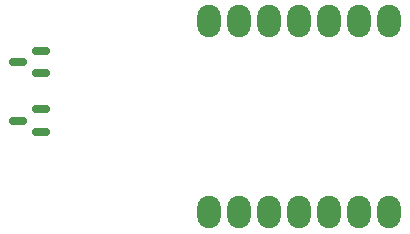
<source format=gbr>
%TF.GenerationSoftware,KiCad,Pcbnew,7.0.10-7.0.10~ubuntu22.04.1*%
%TF.CreationDate,2024-08-03T23:28:12-07:00*%
%TF.ProjectId,ti-32,63686561-7469-46e6-972d-63616c632e6b,rev?*%
%TF.SameCoordinates,Original*%
%TF.FileFunction,Paste,Top*%
%TF.FilePolarity,Positive*%
%FSLAX46Y46*%
G04 Gerber Fmt 4.6, Leading zero omitted, Abs format (unit mm)*
G04 Created by KiCad (PCBNEW 7.0.10-7.0.10~ubuntu22.04.1) date 2024-08-03 23:28:12*
%MOMM*%
%LPD*%
G01*
G04 APERTURE LIST*
G04 Aperture macros list*
%AMRoundRect*
0 Rectangle with rounded corners*
0 $1 Rounding radius*
0 $2 $3 $4 $5 $6 $7 $8 $9 X,Y pos of 4 corners*
0 Add a 4 corners polygon primitive as box body*
4,1,4,$2,$3,$4,$5,$6,$7,$8,$9,$2,$3,0*
0 Add four circle primitives for the rounded corners*
1,1,$1+$1,$2,$3*
1,1,$1+$1,$4,$5*
1,1,$1+$1,$6,$7*
1,1,$1+$1,$8,$9*
0 Add four rect primitives between the rounded corners*
20,1,$1+$1,$2,$3,$4,$5,0*
20,1,$1+$1,$4,$5,$6,$7,0*
20,1,$1+$1,$6,$7,$8,$9,0*
20,1,$1+$1,$8,$9,$2,$3,0*%
G04 Aperture macros list end*
%ADD10RoundRect,1.000000X0.000000X0.375000X0.000000X-0.375000X0.000000X-0.375000X0.000000X0.375000X0*%
%ADD11RoundRect,0.150000X0.587500X0.150000X-0.587500X0.150000X-0.587500X-0.150000X0.587500X-0.150000X0*%
G04 APERTURE END LIST*
D10*
%TO.C,U1*%
X137160000Y-54701000D03*
X139700000Y-54701000D03*
X142240000Y-54701000D03*
X144780000Y-54701000D03*
X147320000Y-54701000D03*
X149860000Y-54701000D03*
X152400000Y-54701000D03*
X137160000Y-70866000D03*
X139700000Y-70866000D03*
X142240000Y-70866000D03*
X144780000Y-70866000D03*
X147320000Y-70866000D03*
X149860000Y-70866000D03*
X152400000Y-70866000D03*
%TD*%
D11*
%TO.C,Q1*%
X122906000Y-64069000D03*
X122906000Y-62169000D03*
X121031000Y-63119000D03*
%TD*%
%TO.C,Q2*%
X121031000Y-58166000D03*
X122906000Y-57216000D03*
X122906000Y-59116000D03*
%TD*%
M02*

</source>
